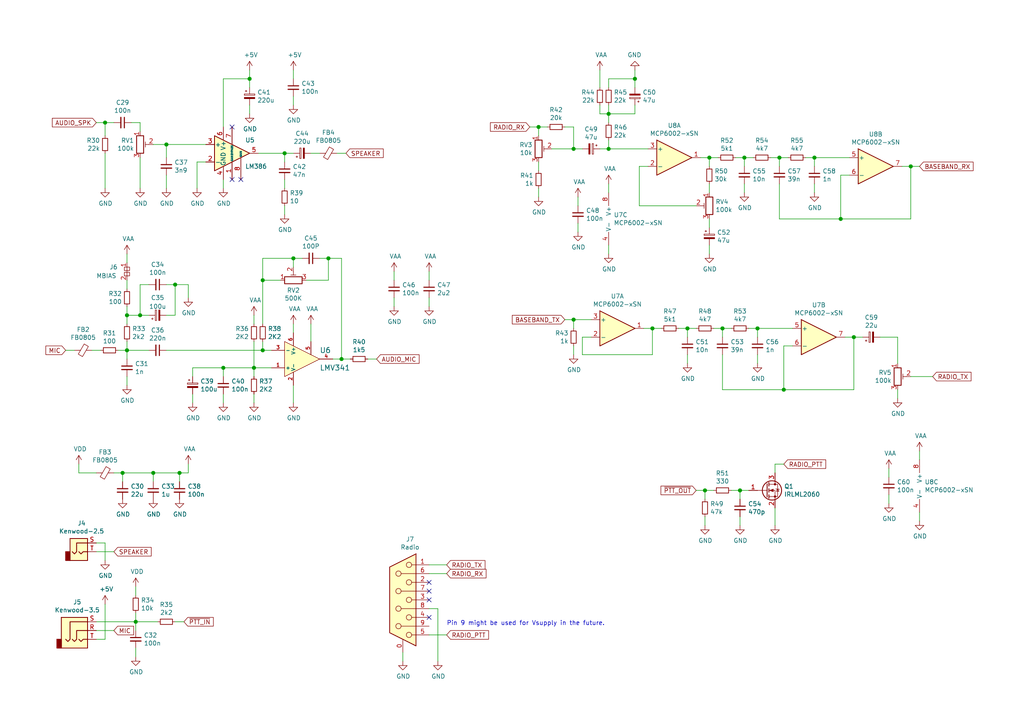
<source format=kicad_sch>
(kicad_sch (version 20210621) (generator eeschema)
  (paper "A4")
  (lib_symbols
    (symbol "Amplifier_Audio:LM386" (pin_names (offset 0.127))
      (property "Reference" "U" (at 1.27 7.62 0))
      (property "Value" "LM386" (at 1.27 5.08 0))
      (symbol "LM386_1_1"
        (pin input line (at 0 -7.62 90) (length 5.08) (name "GAIN") (number "1"))
        (pin input line (at -7.62 -2.54 0) (length 2.54) (name "-") (number "2"))
        (pin input line (at -7.62 2.54 0) (length 2.54) (name "+") (number "3"))
        (pin power_in line (at -2.54 -7.62 90) (length 3.81) (name "GND") (number "4"))
        (pin output line (at 7.62 0 180) (length 2.54) (name "~") (number "5"))
        (pin power_in line (at -2.54 7.62 270) (length 3.81) (name "V+") (number "6"))
        (pin input line (at 0 7.62 270) (length 5.08) (name "BYPASS") (number "7"))
        (pin input line (at 2.54 -7.62 90) (length 6.35) (name "GAIN") (number "8"))
      )
    )
    (symbol "Amplifier_Operational:MCP6002-xSN" (pin_names (offset 0.127))
      (property "Reference" "U" (at 0 5.08 0))
      (property "Value" "MCP6002-xSN" (at 0 -5.08 0))
      (symbol "MCP6002-xSN_1_1"
        (pin output line (at 7.62 0 180) (length 2.54) (name "~") (number "1"))
        (pin input line (at -7.62 -2.54 0) (length 2.54) (name "-") (number "2"))
        (pin input line (at -7.62 2.54 0) (length 2.54) (name "+") (number "3"))
      )
      (symbol "MCP6002-xSN_2_1"
        (pin input line (at -7.62 2.54 0) (length 2.54) (name "+") (number "5"))
        (pin input line (at -7.62 -2.54 0) (length 2.54) (name "-") (number "6"))
        (pin output line (at 7.62 0 180) (length 2.54) (name "~") (number "7"))
      )
      (symbol "MCP6002-xSN_3_1"
        (pin power_in line (at -2.54 -7.62 90) (length 3.81) (name "V-") (number "4"))
        (pin power_in line (at -2.54 7.62 270) (length 3.81) (name "V+") (number "8"))
      )
    )
    (symbol "Connector:AudioJack2"
      (property "Reference" "J" (at 0 8.89 0))
      (property "Value" "AudioJack2" (at 0 6.35 0))
      (symbol "AudioJack2_1_1"
        (pin passive line (at 5.08 2.54 180) (length 2.54) (name "~") (number "S"))
        (pin passive line (at 5.08 0 180) (length 2.54) (name "~") (number "T"))
      )
    )
    (symbol "Connector:AudioJack3"
      (property "Reference" "J" (at 0 8.89 0))
      (property "Value" "AudioJack3" (at 0 6.35 0))
      (symbol "AudioJack3_1_1"
        (pin passive line (at 5.08 0 180) (length 2.54) (name "~") (number "R"))
        (pin passive line (at 5.08 2.54 180) (length 2.54) (name "~") (number "S"))
        (pin passive line (at 5.08 -2.54 180) (length 2.54) (name "~") (number "T"))
      )
    )
    (symbol "Connector:DB9_Female_MountingHoles" (pin_names (offset 1.016) hide)
      (property "Reference" "J" (at 0 16.51 0))
      (property "Value" "DB9_Female_MountingHoles" (at 0 14.605 0))
      (symbol "DB9_Female_MountingHoles_1_1"
        (pin passive line (at 0 -15.24 90) (length 3.81) (name "PAD") (number "0"))
        (pin passive line (at -7.62 10.16 0) (length 3.81) (name "1") (number "1"))
        (pin passive line (at -7.62 5.08 0) (length 3.81) (name "2") (number "2"))
        (pin passive line (at -7.62 0 0) (length 3.81) (name "3") (number "3"))
        (pin passive line (at -7.62 -5.08 0) (length 3.81) (name "4") (number "4"))
        (pin passive line (at -7.62 -10.16 0) (length 3.81) (name "5") (number "5"))
        (pin passive line (at -7.62 7.62 0) (length 3.81) (name "6") (number "6"))
        (pin passive line (at -7.62 2.54 0) (length 3.81) (name "7") (number "7"))
        (pin passive line (at -7.62 -2.54 0) (length 3.81) (name "8") (number "8"))
        (pin passive line (at -7.62 -7.62 0) (length 3.81) (name "9") (number "9"))
      )
    )
    (symbol "Device:Ferrite_Bead_Small" (pin_numbers hide) (pin_names (offset 0))
      (property "Reference" "FB" (at 1.905 1.27 0))
      (property "Value" "Ferrite_Bead_Small" (at 1.905 -1.27 0))
      (symbol "Ferrite_Bead_Small_1_1"
        (pin passive line (at 0 2.54 270) (length 1.27) (name "~") (number "1"))
        (pin passive line (at 0 -2.54 90) (length 1.27) (name "~") (number "2"))
      )
    )
    (symbol "Device:R_POT_TRIM" (pin_names (offset 1.016) hide)
      (property "Reference" "RV" (at -4.445 0 90))
      (property "Value" "R_POT_TRIM" (at -2.54 0 90))
      (symbol "R_POT_TRIM_1_1"
        (pin passive line (at 0 3.81 270) (length 1.27) (name "1") (number "1"))
        (pin passive line (at 3.81 0 180) (length 1.27) (name "2") (number "2"))
        (pin passive line (at 0 -3.81 90) (length 1.27) (name "3") (number "3"))
      )
    )
    (symbol "M17-SmartMic:LMV341" (pin_names (offset 0.254))
      (property "Reference" "U" (at 0 3.81 0))
      (property "Value" "LMV341" (at 0 -3.81 0))
      (symbol "LMV341_0_1"
        (pin power_in line (at -2.54 -7.62 90) (length 3.81) (name "V-") (number "2"))
        (pin power_in line (at -2.54 7.62 270) (length 3.81) (name "V+") (number "6"))
      )
      (symbol "LMV341_1_1"
        (pin input line (at -8.89 -2.54 0) (length 3.81) (name "+") (number "1"))
        (pin input line (at -8.89 2.54 0) (length 3.81) (name "-") (number "3"))
        (pin output line (at 8.89 0 180) (length 3.81) (name "~") (number "4"))
        (pin input line (at 2.54 5.08 270) (length 3.81) (name "~") (number "5"))
      )
    )
    (symbol "Transistor_FET:IRLML2060" (pin_names hide)
      (property "Reference" "Q" (at 5.08 1.905 0))
      (property "Value" "IRLML2060" (at 5.08 0 0))
      (symbol "IRLML2060_1_1"
        (pin input line (at -5.08 0 0) (length 2.54) (name "G") (number "1"))
        (pin passive line (at 2.54 -5.08 90) (length 2.54) (name "S") (number "2"))
        (pin passive line (at 2.54 5.08 270) (length 2.54) (name "D") (number "3"))
      )
    )
    (symbol "pkl_device:pkl_CP_Small" (pin_numbers hide) (pin_names (offset 0.254) hide)
      (property "Reference" "C" (at 0.254 1.778 0))
      (property "Value" "pkl_CP_Small" (at 0.254 -2.032 0))
      (symbol "pkl_CP_Small_1_1"
        (pin passive line (at 0 2.54 270) (length 1.8542) (name "~") (number "1"))
        (pin passive line (at 0 -2.54 90) (length 1.8542) (name "~") (number "2"))
      )
    )
    (symbol "pkl_device:pkl_C_Small" (pin_numbers hide) (pin_names (offset 0.254) hide)
      (property "Reference" "C" (at 0.254 1.778 0))
      (property "Value" "pkl_C_Small" (at 0.254 -2.032 0))
      (symbol "pkl_C_Small_1_1"
        (pin passive line (at 0 2.54 270) (length 1.905) (name "~") (number "1"))
        (pin passive line (at 0 -2.54 90) (length 2.032) (name "~") (number "2"))
      )
    )
    (symbol "pkl_device:pkl_R_Small" (pin_numbers hide) (pin_names (offset 0.254) hide)
      (property "Reference" "R" (at 0.762 0.508 0))
      (property "Value" "pkl_R_Small" (at 0.762 -1.016 0))
      (symbol "pkl_R_Small_1_1"
        (pin passive line (at 0 2.54 270) (length 0.762) (name "~") (number "1"))
        (pin passive line (at 0 -2.54 90) (length 0.762) (name "~") (number "2"))
      )
    )
    (symbol "pkl_misc:pkl_jumper_nc" (pin_names (offset 1.016))
      (property "Reference" "J" (at 0 -2.54 0))
      (property "Value" "pkl_jumper_nc" (at 0 3.81 0))
      (symbol "pkl_jumper_nc_1_1"
        (pin passive line (at -2.54 0 0) (length 1.27) (name "~") (number "1"))
        (pin passive line (at 2.54 0 180) (length 1.27) (name "~") (number "2"))
      )
    )
    (symbol "power:+5V" (power) (pin_names (offset 0))
      (property "Value" "+5V" (at 0 3.556 0))
      (symbol "+5V_1_1"
        (pin power_in line (at 0 0 90) (length 0) hide (name "+5V") (number "1"))
      )
    )
    (symbol "power:GND" (power) (pin_names (offset 0))
      (property "Value" "GND" (at 0 -3.81 0))
      (symbol "GND_1_1"
        (pin power_in line (at 0 0 270) (length 0) hide (name "GND") (number "1"))
      )
    )
    (symbol "power:VAA" (power) (pin_names (offset 0))
      (property "Value" "VAA" (at 0 3.81 0))
      (symbol "VAA_1_1"
        (pin power_in line (at 0 0 90) (length 0) hide (name "VAA") (number "1"))
      )
    )
    (symbol "power:VDD" (power) (pin_names (offset 0))
      (property "Value" "VDD" (at 0 3.81 0))
      (symbol "VDD_1_1"
        (pin power_in line (at 0 0 90) (length 0) hide (name "VDD") (number "1"))
      )
    )
  )
  (junction (at 30.48 35.56) (diameter 1.016))
  (junction (at 35.56 137.16) (diameter 1.016))
  (junction (at 36.83 91.44) (diameter 1.016))
  (junction (at 36.83 101.6) (diameter 1.016))
  (junction (at 39.37 180.34) (diameter 1.016))
  (junction (at 40.64 91.44) (diameter 1.016))
  (junction (at 44.45 137.16) (diameter 1.016))
  (junction (at 48.26 41.91) (diameter 1.016))
  (junction (at 50.8 82.55) (diameter 1.016))
  (junction (at 52.07 137.16) (diameter 1.016))
  (junction (at 64.77 106.68) (diameter 1.016))
  (junction (at 72.39 22.86) (diameter 1.016))
  (junction (at 73.66 106.68) (diameter 1.016))
  (junction (at 76.2 81.28) (diameter 1.016))
  (junction (at 76.2 101.6) (diameter 1.016))
  (junction (at 82.55 44.45) (diameter 1.016))
  (junction (at 85.09 74.93) (diameter 1.016))
  (junction (at 95.25 74.93) (diameter 1.016))
  (junction (at 99.06 104.14) (diameter 1.016))
  (junction (at 156.21 36.83) (diameter 1.016))
  (junction (at 166.37 43.18) (diameter 1.016))
  (junction (at 166.37 92.71) (diameter 1.016))
  (junction (at 176.53 33.02) (diameter 1.016))
  (junction (at 176.53 43.18) (diameter 1.016))
  (junction (at 184.15 22.86) (diameter 1.016))
  (junction (at 189.23 95.25) (diameter 1.016))
  (junction (at 199.39 95.25) (diameter 1.016))
  (junction (at 204.47 142.24) (diameter 1.016))
  (junction (at 205.74 45.72) (diameter 1.016))
  (junction (at 209.55 95.25) (diameter 1.016))
  (junction (at 214.63 142.24) (diameter 1.016))
  (junction (at 215.9 45.72) (diameter 1.016))
  (junction (at 219.71 95.25) (diameter 1.016))
  (junction (at 226.06 45.72) (diameter 1.016))
  (junction (at 227.33 113.03) (diameter 1.016))
  (junction (at 236.22 45.72) (diameter 1.016))
  (junction (at 243.84 63.5) (diameter 1.016))
  (junction (at 247.65 97.79) (diameter 1.016))
  (junction (at 264.16 48.26) (diameter 1.016))
  (no_connect (at 67.31 36.83))
  (no_connect (at 67.31 52.07))
  (no_connect (at 69.85 52.07))
  (no_connect (at 124.46 168.91))
  (no_connect (at 124.46 171.45))
  (no_connect (at 124.46 173.99))
  (no_connect (at 124.46 179.07))
  (wire (pts (xy 21.59 101.6) (xy 19.05 101.6)))
  (wire (pts (xy 22.86 137.16) (xy 22.86 134.62)))
  (wire (pts (xy 26.67 101.6) (xy 29.21 101.6)))
  (wire (pts (xy 27.94 137.16) (xy 22.86 137.16)))
  (wire (pts (xy 27.94 157.48) (xy 30.48 157.48)))
  (wire (pts (xy 27.94 180.34) (xy 39.37 180.34)))
  (wire (pts (xy 27.94 182.88) (xy 33.02 182.88)))
  (wire (pts (xy 27.94 185.42) (xy 30.48 185.42)))
  (wire (pts (xy 30.48 35.56) (xy 27.94 35.56)))
  (wire (pts (xy 30.48 35.56) (xy 30.48 39.37)))
  (wire (pts (xy 30.48 44.45) (xy 30.48 54.61)))
  (wire (pts (xy 30.48 157.48) (xy 30.48 162.56)))
  (wire (pts (xy 30.48 185.42) (xy 30.48 175.26)))
  (wire (pts (xy 33.02 35.56) (xy 30.48 35.56)))
  (wire (pts (xy 33.02 137.16) (xy 35.56 137.16)))
  (wire (pts (xy 33.02 160.02) (xy 27.94 160.02)))
  (wire (pts (xy 34.29 101.6) (xy 36.83 101.6)))
  (wire (pts (xy 35.56 137.16) (xy 35.56 139.7)))
  (wire (pts (xy 35.56 137.16) (xy 44.45 137.16)))
  (wire (pts (xy 36.83 73.66) (xy 36.83 76.2)))
  (wire (pts (xy 36.83 81.28) (xy 36.83 83.82)))
  (wire (pts (xy 36.83 88.9) (xy 36.83 91.44)))
  (wire (pts (xy 36.83 91.44) (xy 40.64 91.44)))
  (wire (pts (xy 36.83 93.98) (xy 36.83 91.44)))
  (wire (pts (xy 36.83 101.6) (xy 36.83 99.06)))
  (wire (pts (xy 36.83 101.6) (xy 36.83 104.14)))
  (wire (pts (xy 36.83 101.6) (xy 43.18 101.6)))
  (wire (pts (xy 36.83 109.22) (xy 36.83 111.76)))
  (wire (pts (xy 38.1 35.56) (xy 40.64 35.56)))
  (wire (pts (xy 39.37 170.18) (xy 39.37 172.72)))
  (wire (pts (xy 39.37 177.8) (xy 39.37 180.34)))
  (wire (pts (xy 39.37 180.34) (xy 39.37 182.88)))
  (wire (pts (xy 39.37 180.34) (xy 45.72 180.34)))
  (wire (pts (xy 39.37 187.96) (xy 39.37 190.5)))
  (wire (pts (xy 40.64 35.56) (xy 40.64 38.1)))
  (wire (pts (xy 40.64 45.72) (xy 40.64 54.61)))
  (wire (pts (xy 40.64 82.55) (xy 43.18 82.55)))
  (wire (pts (xy 40.64 91.44) (xy 40.64 82.55)))
  (wire (pts (xy 40.64 91.44) (xy 43.18 91.44)))
  (wire (pts (xy 44.45 41.91) (xy 48.26 41.91)))
  (wire (pts (xy 44.45 137.16) (xy 44.45 139.7)))
  (wire (pts (xy 44.45 137.16) (xy 52.07 137.16)))
  (wire (pts (xy 48.26 41.91) (xy 48.26 45.72)))
  (wire (pts (xy 48.26 50.8) (xy 48.26 54.61)))
  (wire (pts (xy 48.26 91.44) (xy 50.8 91.44)))
  (wire (pts (xy 50.8 82.55) (xy 48.26 82.55)))
  (wire (pts (xy 50.8 82.55) (xy 54.61 82.55)))
  (wire (pts (xy 50.8 91.44) (xy 50.8 82.55)))
  (wire (pts (xy 50.8 180.34) (xy 53.34 180.34)))
  (wire (pts (xy 52.07 137.16) (xy 52.07 139.7)))
  (wire (pts (xy 52.07 137.16) (xy 54.61 137.16)))
  (wire (pts (xy 54.61 82.55) (xy 54.61 86.36)))
  (wire (pts (xy 54.61 137.16) (xy 54.61 134.62)))
  (wire (pts (xy 55.88 106.68) (xy 55.88 109.22)))
  (wire (pts (xy 55.88 114.3) (xy 55.88 116.84)))
  (wire (pts (xy 57.15 46.99) (xy 57.15 54.61)))
  (wire (pts (xy 59.69 41.91) (xy 48.26 41.91)))
  (wire (pts (xy 59.69 46.99) (xy 57.15 46.99)))
  (wire (pts (xy 64.77 22.86) (xy 72.39 22.86)))
  (wire (pts (xy 64.77 36.83) (xy 64.77 22.86)))
  (wire (pts (xy 64.77 52.07) (xy 64.77 54.61)))
  (wire (pts (xy 64.77 106.68) (xy 55.88 106.68)))
  (wire (pts (xy 64.77 106.68) (xy 64.77 109.22)))
  (wire (pts (xy 64.77 114.3) (xy 64.77 116.84)))
  (wire (pts (xy 72.39 20.32) (xy 72.39 22.86)))
  (wire (pts (xy 72.39 22.86) (xy 72.39 25.4)))
  (wire (pts (xy 72.39 30.48) (xy 72.39 33.02)))
  (wire (pts (xy 73.66 91.44) (xy 73.66 93.98)))
  (wire (pts (xy 73.66 106.68) (xy 64.77 106.68)))
  (wire (pts (xy 73.66 106.68) (xy 73.66 99.06)))
  (wire (pts (xy 73.66 106.68) (xy 73.66 109.22)))
  (wire (pts (xy 73.66 114.3) (xy 73.66 116.84)))
  (wire (pts (xy 74.93 44.45) (xy 82.55 44.45)))
  (wire (pts (xy 76.2 74.93) (xy 85.09 74.93)))
  (wire (pts (xy 76.2 81.28) (xy 76.2 74.93)))
  (wire (pts (xy 76.2 81.28) (xy 81.28 81.28)))
  (wire (pts (xy 76.2 93.98) (xy 76.2 81.28)))
  (wire (pts (xy 76.2 101.6) (xy 48.26 101.6)))
  (wire (pts (xy 76.2 101.6) (xy 76.2 99.06)))
  (wire (pts (xy 78.74 101.6) (xy 76.2 101.6)))
  (wire (pts (xy 78.74 106.68) (xy 73.66 106.68)))
  (wire (pts (xy 82.55 44.45) (xy 82.55 46.99)))
  (wire (pts (xy 82.55 44.45) (xy 85.09 44.45)))
  (wire (pts (xy 82.55 52.07) (xy 82.55 54.61)))
  (wire (pts (xy 82.55 59.69) (xy 82.55 62.23)))
  (wire (pts (xy 85.09 20.32) (xy 85.09 22.86)))
  (wire (pts (xy 85.09 27.94) (xy 85.09 30.48)))
  (wire (pts (xy 85.09 74.93) (xy 87.63 74.93)))
  (wire (pts (xy 85.09 77.47) (xy 85.09 74.93)))
  (wire (pts (xy 85.09 93.98) (xy 85.09 96.52)))
  (wire (pts (xy 85.09 111.76) (xy 85.09 116.84)))
  (wire (pts (xy 88.9 81.28) (xy 95.25 81.28)))
  (wire (pts (xy 90.17 44.45) (xy 92.71 44.45)))
  (wire (pts (xy 90.17 93.98) (xy 90.17 99.06)))
  (wire (pts (xy 95.25 74.93) (xy 92.71 74.93)))
  (wire (pts (xy 95.25 81.28) (xy 95.25 74.93)))
  (wire (pts (xy 96.52 104.14) (xy 99.06 104.14)))
  (wire (pts (xy 97.79 44.45) (xy 100.33 44.45)))
  (wire (pts (xy 99.06 74.93) (xy 95.25 74.93)))
  (wire (pts (xy 99.06 104.14) (xy 99.06 74.93)))
  (wire (pts (xy 99.06 104.14) (xy 101.6 104.14)))
  (wire (pts (xy 106.68 104.14) (xy 109.22 104.14)))
  (wire (pts (xy 114.3 78.74) (xy 114.3 81.28)))
  (wire (pts (xy 114.3 86.36) (xy 114.3 88.9)))
  (wire (pts (xy 116.84 189.23) (xy 116.84 191.77)))
  (wire (pts (xy 124.46 78.74) (xy 124.46 81.28)))
  (wire (pts (xy 124.46 86.36) (xy 124.46 88.9)))
  (wire (pts (xy 124.46 163.83) (xy 129.54 163.83)))
  (wire (pts (xy 124.46 166.37) (xy 129.54 166.37)))
  (wire (pts (xy 124.46 176.53) (xy 127 176.53)))
  (wire (pts (xy 124.46 184.15) (xy 129.54 184.15)))
  (wire (pts (xy 127 176.53) (xy 127 191.77)))
  (wire (pts (xy 156.21 36.83) (xy 153.67 36.83)))
  (wire (pts (xy 156.21 36.83) (xy 158.75 36.83)))
  (wire (pts (xy 156.21 39.37) (xy 156.21 36.83)))
  (wire (pts (xy 156.21 46.99) (xy 156.21 49.53)))
  (wire (pts (xy 156.21 54.61) (xy 156.21 57.15)))
  (wire (pts (xy 160.02 43.18) (xy 166.37 43.18)))
  (wire (pts (xy 166.37 36.83) (xy 163.83 36.83)))
  (wire (pts (xy 166.37 43.18) (xy 166.37 36.83)))
  (wire (pts (xy 166.37 43.18) (xy 168.91 43.18)))
  (wire (pts (xy 166.37 92.71) (xy 163.83 92.71)))
  (wire (pts (xy 166.37 92.71) (xy 166.37 95.25)))
  (wire (pts (xy 166.37 100.33) (xy 166.37 102.87)))
  (wire (pts (xy 167.64 57.15) (xy 167.64 59.69)))
  (wire (pts (xy 167.64 64.77) (xy 167.64 67.31)))
  (wire (pts (xy 168.91 97.79) (xy 168.91 102.87)))
  (wire (pts (xy 168.91 102.87) (xy 189.23 102.87)))
  (wire (pts (xy 171.45 92.71) (xy 166.37 92.71)))
  (wire (pts (xy 171.45 97.79) (xy 168.91 97.79)))
  (wire (pts (xy 173.99 20.32) (xy 173.99 25.4)))
  (wire (pts (xy 173.99 33.02) (xy 173.99 30.48)))
  (wire (pts (xy 173.99 43.18) (xy 176.53 43.18)))
  (wire (pts (xy 176.53 22.86) (xy 184.15 22.86)))
  (wire (pts (xy 176.53 25.4) (xy 176.53 22.86)))
  (wire (pts (xy 176.53 33.02) (xy 173.99 33.02)))
  (wire (pts (xy 176.53 33.02) (xy 176.53 30.48)))
  (wire (pts (xy 176.53 33.02) (xy 184.15 33.02)))
  (wire (pts (xy 176.53 35.56) (xy 176.53 33.02)))
  (wire (pts (xy 176.53 43.18) (xy 176.53 40.64)))
  (wire (pts (xy 176.53 43.18) (xy 187.96 43.18)))
  (wire (pts (xy 176.53 53.34) (xy 176.53 55.88)))
  (wire (pts (xy 176.53 71.12) (xy 176.53 73.66)))
  (wire (pts (xy 184.15 20.32) (xy 184.15 22.86)))
  (wire (pts (xy 184.15 22.86) (xy 184.15 25.4)))
  (wire (pts (xy 184.15 33.02) (xy 184.15 30.48)))
  (wire (pts (xy 185.42 48.26) (xy 187.96 48.26)))
  (wire (pts (xy 185.42 59.69) (xy 185.42 48.26)))
  (wire (pts (xy 189.23 95.25) (xy 186.69 95.25)))
  (wire (pts (xy 189.23 102.87) (xy 189.23 95.25)))
  (wire (pts (xy 191.77 95.25) (xy 189.23 95.25)))
  (wire (pts (xy 196.85 95.25) (xy 199.39 95.25)))
  (wire (pts (xy 199.39 95.25) (xy 199.39 97.79)))
  (wire (pts (xy 199.39 95.25) (xy 201.93 95.25)))
  (wire (pts (xy 199.39 102.87) (xy 199.39 105.41)))
  (wire (pts (xy 201.93 59.69) (xy 185.42 59.69)))
  (wire (pts (xy 201.93 142.24) (xy 204.47 142.24)))
  (wire (pts (xy 203.2 45.72) (xy 205.74 45.72)))
  (wire (pts (xy 204.47 142.24) (xy 207.01 142.24)))
  (wire (pts (xy 204.47 144.78) (xy 204.47 142.24)))
  (wire (pts (xy 204.47 149.86) (xy 204.47 152.4)))
  (wire (pts (xy 205.74 45.72) (xy 205.74 48.26)))
  (wire (pts (xy 205.74 45.72) (xy 208.28 45.72)))
  (wire (pts (xy 205.74 53.34) (xy 205.74 55.88)))
  (wire (pts (xy 205.74 63.5) (xy 205.74 66.04)))
  (wire (pts (xy 205.74 73.66) (xy 205.74 71.12)))
  (wire (pts (xy 207.01 95.25) (xy 209.55 95.25)))
  (wire (pts (xy 209.55 95.25) (xy 209.55 97.79)))
  (wire (pts (xy 209.55 95.25) (xy 212.09 95.25)))
  (wire (pts (xy 209.55 113.03) (xy 209.55 102.87)))
  (wire (pts (xy 209.55 113.03) (xy 227.33 113.03)))
  (wire (pts (xy 212.09 142.24) (xy 214.63 142.24)))
  (wire (pts (xy 213.36 45.72) (xy 215.9 45.72)))
  (wire (pts (xy 214.63 142.24) (xy 214.63 144.78)))
  (wire (pts (xy 214.63 142.24) (xy 217.17 142.24)))
  (wire (pts (xy 214.63 149.86) (xy 214.63 152.4)))
  (wire (pts (xy 215.9 45.72) (xy 215.9 48.26)))
  (wire (pts (xy 215.9 45.72) (xy 218.44 45.72)))
  (wire (pts (xy 215.9 53.34) (xy 215.9 55.88)))
  (wire (pts (xy 217.17 95.25) (xy 219.71 95.25)))
  (wire (pts (xy 219.71 95.25) (xy 219.71 97.79)))
  (wire (pts (xy 219.71 95.25) (xy 229.87 95.25)))
  (wire (pts (xy 219.71 102.87) (xy 219.71 105.41)))
  (wire (pts (xy 223.52 45.72) (xy 226.06 45.72)))
  (wire (pts (xy 224.79 134.62) (xy 227.33 134.62)))
  (wire (pts (xy 224.79 137.16) (xy 224.79 134.62)))
  (wire (pts (xy 224.79 147.32) (xy 224.79 152.4)))
  (wire (pts (xy 226.06 45.72) (xy 226.06 48.26)))
  (wire (pts (xy 226.06 45.72) (xy 228.6 45.72)))
  (wire (pts (xy 226.06 63.5) (xy 226.06 53.34)))
  (wire (pts (xy 227.33 100.33) (xy 229.87 100.33)))
  (wire (pts (xy 227.33 113.03) (xy 227.33 100.33)))
  (wire (pts (xy 227.33 113.03) (xy 247.65 113.03)))
  (wire (pts (xy 233.68 45.72) (xy 236.22 45.72)))
  (wire (pts (xy 236.22 45.72) (xy 236.22 48.26)))
  (wire (pts (xy 236.22 45.72) (xy 246.38 45.72)))
  (wire (pts (xy 236.22 53.34) (xy 236.22 55.88)))
  (wire (pts (xy 243.84 50.8) (xy 243.84 63.5)))
  (wire (pts (xy 243.84 63.5) (xy 226.06 63.5)))
  (wire (pts (xy 243.84 63.5) (xy 264.16 63.5)))
  (wire (pts (xy 246.38 50.8) (xy 243.84 50.8)))
  (wire (pts (xy 247.65 97.79) (xy 245.11 97.79)))
  (wire (pts (xy 247.65 97.79) (xy 250.19 97.79)))
  (wire (pts (xy 247.65 113.03) (xy 247.65 97.79)))
  (wire (pts (xy 255.27 97.79) (xy 260.35 97.79)))
  (wire (pts (xy 257.81 135.89) (xy 257.81 138.43)))
  (wire (pts (xy 257.81 143.51) (xy 257.81 146.05)))
  (wire (pts (xy 260.35 97.79) (xy 260.35 105.41)))
  (wire (pts (xy 260.35 115.57) (xy 260.35 113.03)))
  (wire (pts (xy 264.16 48.26) (xy 261.62 48.26)))
  (wire (pts (xy 264.16 48.26) (xy 266.7 48.26)))
  (wire (pts (xy 264.16 63.5) (xy 264.16 48.26)))
  (wire (pts (xy 266.7 130.81) (xy 266.7 133.35)))
  (wire (pts (xy 266.7 151.13) (xy 266.7 148.59)))
  (wire (pts (xy 270.51 109.22) (xy 264.16 109.22)))
  (text "Pin 9 might be used for Vsupply in the future." (at 129.54 181.61 0) (effects (font (size 1.27 1.27)) (justify left bottom)))
  (global_label "MIC" (shape input) (at 19.05 101.6 180) (property "Intersheet References" "${INTERSHEET_REFS}" (effects hide)))
  (global_label "AUDIO_SPK" (shape input) (at 27.94 35.56 180) (property "Intersheet References" "${INTERSHEET_REFS}" (effects hide)))
  (global_label "SPEAKER" (shape input) (at 33.02 160.02 0) (property "Intersheet References" "${INTERSHEET_REFS}" (effects hide)))
  (global_label "MIC" (shape input) (at 33.02 182.88 0) (property "Intersheet References" "${INTERSHEET_REFS}" (effects hide)))
  (global_label "~{PTT_IN}" (shape input) (at 53.34 180.34 0) (property "Intersheet References" "${INTERSHEET_REFS}" (effects hide)))
  (global_label "SPEAKER" (shape input) (at 100.33 44.45 0) (property "Intersheet References" "${INTERSHEET_REFS}" (effects hide)))
  (global_label "AUDIO_MIC" (shape input) (at 109.22 104.14 0) (property "Intersheet References" "${INTERSHEET_REFS}" (effects hide)))
  (global_label "RADIO_TX" (shape input) (at 129.54 163.83 0) (property "Intersheet References" "${INTERSHEET_REFS}" (effects hide)))
  (global_label "RADIO_RX" (shape input) (at 129.54 166.37 0) (property "Intersheet References" "${INTERSHEET_REFS}" (effects hide)))
  (global_label "RADIO_PTT" (shape input) (at 129.54 184.15 0) (property "Intersheet References" "${INTERSHEET_REFS}" (effects hide)))
  (global_label "RADIO_RX" (shape input) (at 153.67 36.83 180) (property "Intersheet References" "${INTERSHEET_REFS}" (effects hide)))
  (global_label "BASEBAND_TX" (shape input) (at 163.83 92.71 180) (property "Intersheet References" "${INTERSHEET_REFS}" (effects hide)))
  (global_label "~{PTT_OUT}" (shape input) (at 201.93 142.24 180) (property "Intersheet References" "${INTERSHEET_REFS}" (effects hide)))
  (global_label "RADIO_PTT" (shape input) (at 227.33 134.62 0) (property "Intersheet References" "${INTERSHEET_REFS}" (effects hide)))
  (global_label "BASEBAND_RX" (shape input) (at 266.7 48.26 0) (property "Intersheet References" "${INTERSHEET_REFS}" (effects hide)))
  (global_label "RADIO_TX" (shape input) (at 270.51 109.22 0) (property "Intersheet References" "${INTERSHEET_REFS}" (effects hide)))
  (symbol (lib_id "power:VDD") (at 22.86 134.62 0) (unit 1)
    (property "Reference" "#PWR065" (effects hide))
    (property "Value" "VDD" (at 23.241 130.2258 0))
  )
  (symbol (lib_id "power:+5V") (at 30.48 175.26 0) (unit 1)
    (property "Reference" "#PWR068" (effects hide))
    (property "Value" "+5V" (at 30.861 170.8658 0))
  )
  (symbol (lib_id "power:VAA") (at 36.83 73.66 0) (unit 1)
    (property "Reference" "#PWR070" (effects hide))
    (property "Value" "VAA" (at 37.211 69.2658 0))
  )
  (symbol (lib_id "power:VDD") (at 39.37 170.18 0) (unit 1)
    (property "Reference" "#PWR072" (effects hide))
    (property "Value" "VDD" (at 39.751 165.7858 0))
  )
  (symbol (lib_id "power:VAA") (at 54.61 134.62 0) (unit 1)
    (property "Reference" "#PWR079" (effects hide))
    (property "Value" "VAA" (at 54.991 130.2258 0))
  )
  (symbol (lib_id "power:+5V") (at 72.39 20.32 0) (unit 1)
    (property "Reference" "#PWR084" (effects hide))
    (property "Value" "+5V" (at 72.771 15.9258 0))
  )
  (symbol (lib_id "power:VAA") (at 73.66 91.44 0) (unit 1)
    (property "Reference" "#PWR086" (effects hide))
    (property "Value" "VAA" (at 74.041 87.0458 0))
  )
  (symbol (lib_id "power:+5V") (at 85.09 20.32 0) (unit 1)
    (property "Reference" "#PWR089" (effects hide))
    (property "Value" "+5V" (at 85.471 15.9258 0))
  )
  (symbol (lib_id "power:VAA") (at 85.09 93.98 0) (unit 1)
    (property "Reference" "#PWR091" (effects hide))
    (property "Value" "VAA" (at 85.471 89.5858 0))
  )
  (symbol (lib_id "power:VAA") (at 90.17 93.98 0) (unit 1)
    (property "Reference" "#PWR093" (effects hide))
    (property "Value" "VAA" (at 90.551 89.5858 0))
  )
  (symbol (lib_id "power:VAA") (at 114.3 78.74 0) (unit 1)
    (property "Reference" "#PWR094" (effects hide))
    (property "Value" "VAA" (at 114.681 74.3458 0))
  )
  (symbol (lib_id "power:VAA") (at 124.46 78.74 0) (unit 1)
    (property "Reference" "#PWR097" (effects hide))
    (property "Value" "VAA" (at 124.841 74.3458 0))
  )
  (symbol (lib_id "power:VAA") (at 167.64 57.15 0) (unit 1)
    (property "Reference" "#PWR0102" (effects hide))
    (property "Value" "VAA" (at 168.021 52.7558 0))
  )
  (symbol (lib_id "power:VAA") (at 173.99 20.32 0) (unit 1)
    (property "Reference" "#PWR0104" (effects hide))
    (property "Value" "VAA" (at 174.371 15.9258 0))
  )
  (symbol (lib_id "power:VAA") (at 176.53 53.34 0) (unit 1)
    (property "Reference" "#PWR0105" (effects hide))
    (property "Value" "VAA" (at 176.911 48.9458 0))
  )
  (symbol (lib_id "power:VAA") (at 257.81 135.89 0) (unit 1)
    (property "Reference" "#PWR0116" (effects hide))
    (property "Value" "VAA" (at 258.191 131.4958 0))
  )
  (symbol (lib_id "power:VAA") (at 266.7 130.81 0) (unit 1)
    (property "Reference" "#PWR0119" (effects hide))
    (property "Value" "VAA" (at 267.081 126.4158 0))
  )
  (symbol (lib_id "power:GND") (at 30.48 54.61 0) (unit 1)
    (property "Reference" "#PWR066" (effects hide))
    (property "Value" "GND" (at 30.607 59.0042 0))
  )
  (symbol (lib_id "power:GND") (at 30.48 162.56 0) (unit 1)
    (property "Reference" "#PWR067" (effects hide))
    (property "Value" "GND" (at 30.607 166.9542 0))
  )
  (symbol (lib_id "power:GND") (at 35.56 144.78 0) (unit 1)
    (property "Reference" "#PWR069" (effects hide))
    (property "Value" "GND" (at 35.687 149.1742 0))
  )
  (symbol (lib_id "power:GND") (at 36.83 111.76 0) (unit 1)
    (property "Reference" "#PWR071" (effects hide))
    (property "Value" "GND" (at 36.957 116.1542 0))
  )
  (symbol (lib_id "power:GND") (at 39.37 190.5 0) (unit 1)
    (property "Reference" "#PWR073" (effects hide))
    (property "Value" "GND" (at 39.497 194.8942 0))
  )
  (symbol (lib_id "power:GND") (at 40.64 54.61 0) (unit 1)
    (property "Reference" "#PWR074" (effects hide))
    (property "Value" "GND" (at 40.767 59.0042 0))
  )
  (symbol (lib_id "power:GND") (at 44.45 144.78 0) (unit 1)
    (property "Reference" "#PWR075" (effects hide))
    (property "Value" "GND" (at 44.577 149.1742 0))
  )
  (symbol (lib_id "power:GND") (at 48.26 54.61 0) (unit 1)
    (property "Reference" "#PWR076" (effects hide))
    (property "Value" "GND" (at 48.387 59.0042 0))
  )
  (symbol (lib_id "power:GND") (at 52.07 144.78 0) (unit 1)
    (property "Reference" "#PWR077" (effects hide))
    (property "Value" "GND" (at 52.197 149.1742 0))
  )
  (symbol (lib_id "power:GND") (at 54.61 86.36 0) (unit 1)
    (property "Reference" "#PWR078" (effects hide))
    (property "Value" "GND" (at 54.737 90.7542 0))
  )
  (symbol (lib_id "power:GND") (at 55.88 116.84 0) (unit 1)
    (property "Reference" "#PWR080" (effects hide))
    (property "Value" "GND" (at 56.007 121.2342 0))
  )
  (symbol (lib_id "power:GND") (at 57.15 54.61 0) (unit 1)
    (property "Reference" "#PWR081" (effects hide))
    (property "Value" "GND" (at 57.277 59.0042 0))
  )
  (symbol (lib_id "power:GND") (at 64.77 54.61 0) (unit 1)
    (property "Reference" "#PWR082" (effects hide))
    (property "Value" "GND" (at 64.897 59.0042 0))
  )
  (symbol (lib_id "power:GND") (at 64.77 116.84 0) (unit 1)
    (property "Reference" "#PWR083" (effects hide))
    (property "Value" "GND" (at 64.897 121.2342 0))
  )
  (symbol (lib_id "power:GND") (at 72.39 33.02 0) (unit 1)
    (property "Reference" "#PWR085" (effects hide))
    (property "Value" "GND" (at 72.517 37.4142 0))
  )
  (symbol (lib_id "power:GND") (at 73.66 116.84 0) (unit 1)
    (property "Reference" "#PWR087" (effects hide))
    (property "Value" "GND" (at 73.787 121.2342 0))
  )
  (symbol (lib_id "power:GND") (at 82.55 62.23 0) (unit 1)
    (property "Reference" "#PWR088" (effects hide))
    (property "Value" "GND" (at 82.677 66.6242 0))
  )
  (symbol (lib_id "power:GND") (at 85.09 30.48 0) (unit 1)
    (property "Reference" "#PWR090" (effects hide))
    (property "Value" "GND" (at 85.217 34.8742 0))
  )
  (symbol (lib_id "power:GND") (at 85.09 116.84 0) (unit 1)
    (property "Reference" "#PWR092" (effects hide))
    (property "Value" "GND" (at 85.217 121.2342 0))
  )
  (symbol (lib_id "power:GND") (at 114.3 88.9 0) (unit 1)
    (property "Reference" "#PWR095" (effects hide))
    (property "Value" "GND" (at 114.427 93.2942 0))
  )
  (symbol (lib_id "power:GND") (at 116.84 191.77 0) (unit 1)
    (property "Reference" "#PWR096" (effects hide))
    (property "Value" "GND" (at 116.967 196.1642 0))
  )
  (symbol (lib_id "power:GND") (at 124.46 88.9 0) (unit 1)
    (property "Reference" "#PWR098" (effects hide))
    (property "Value" "GND" (at 124.587 93.2942 0))
  )
  (symbol (lib_id "power:GND") (at 127 191.77 0) (unit 1)
    (property "Reference" "#PWR099" (effects hide))
    (property "Value" "GND" (at 127.127 196.1642 0))
  )
  (symbol (lib_id "power:GND") (at 156.21 57.15 0) (unit 1)
    (property "Reference" "#PWR0100" (effects hide))
    (property "Value" "GND" (at 156.337 61.5442 0))
  )
  (symbol (lib_id "power:GND") (at 166.37 102.87 0) (unit 1)
    (property "Reference" "#PWR0101" (effects hide))
    (property "Value" "GND" (at 166.497 107.2642 0))
  )
  (symbol (lib_id "power:GND") (at 167.64 67.31 0) (unit 1)
    (property "Reference" "#PWR0103" (effects hide))
    (property "Value" "GND" (at 167.767 71.7042 0))
  )
  (symbol (lib_id "power:GND") (at 176.53 73.66 0) (unit 1)
    (property "Reference" "#PWR0106" (effects hide))
    (property "Value" "GND" (at 176.657 78.0542 0))
  )
  (symbol (lib_id "power:GND") (at 184.15 20.32 180) (unit 1)
    (property "Reference" "#PWR0107" (effects hide))
    (property "Value" "GND" (at 184.023 15.9258 0))
  )
  (symbol (lib_id "power:GND") (at 199.39 105.41 0) (unit 1)
    (property "Reference" "#PWR0108" (effects hide))
    (property "Value" "GND" (at 199.517 109.8042 0))
  )
  (symbol (lib_id "power:GND") (at 204.47 152.4 0) (unit 1)
    (property "Reference" "#PWR0109" (effects hide))
    (property "Value" "GND" (at 204.597 156.7942 0))
  )
  (symbol (lib_id "power:GND") (at 205.74 73.66 0) (unit 1)
    (property "Reference" "#PWR0110" (effects hide))
    (property "Value" "GND" (at 205.867 78.0542 0))
  )
  (symbol (lib_id "power:GND") (at 214.63 152.4 0) (unit 1)
    (property "Reference" "#PWR0111" (effects hide))
    (property "Value" "GND" (at 214.757 156.7942 0))
  )
  (symbol (lib_id "power:GND") (at 215.9 55.88 0) (unit 1)
    (property "Reference" "#PWR0112" (effects hide))
    (property "Value" "GND" (at 216.027 60.2742 0))
  )
  (symbol (lib_id "power:GND") (at 219.71 105.41 0) (unit 1)
    (property "Reference" "#PWR0113" (effects hide))
    (property "Value" "GND" (at 219.837 109.8042 0))
  )
  (symbol (lib_id "power:GND") (at 224.79 152.4 0) (unit 1)
    (property "Reference" "#PWR0114" (effects hide))
    (property "Value" "GND" (at 224.917 156.7942 0))
  )
  (symbol (lib_id "power:GND") (at 236.22 55.88 0) (unit 1)
    (property "Reference" "#PWR0115" (effects hide))
    (property "Value" "GND" (at 236.347 60.2742 0))
  )
  (symbol (lib_id "power:GND") (at 257.81 146.05 0) (unit 1)
    (property "Reference" "#PWR0117" (effects hide))
    (property "Value" "GND" (at 257.937 150.4442 0))
  )
  (symbol (lib_id "power:GND") (at 260.35 115.57 0) (unit 1)
    (property "Reference" "#PWR0118" (effects hide))
    (property "Value" "GND" (at 260.477 119.9642 0))
  )
  (symbol (lib_id "power:GND") (at 266.7 151.13 0) (unit 1)
    (property "Reference" "#PWR0120" (effects hide))
    (property "Value" "GND" (at 266.827 155.5242 0))
  )
  (symbol (lib_id "pkl_misc:pkl_jumper_nc") (at 36.83 78.74 270) (unit 1)
    (property "Reference" "J6" (at 31.75 77.47 90) (effects (justify left)))
    (property "Value" "MBIAS" (at 27.94 80.01 90) (effects (justify left)))
    (property "Footprint" "pkl_jumpers:J_NC_0603_30" (effects hide))
  )
  (symbol (lib_id "pkl_device:pkl_R_Small") (at 30.48 41.91 0) (mirror x) (unit 1)
    (property "Reference" "R30" (at 29.0068 40.7416 0) (effects (justify right)))
    (property "Value" "22k" (at 29.0068 43.053 0) (effects (justify right)))
    (property "Footprint" "pkl_dipol:R_0603" (effects hide))
  )
  (symbol (lib_id "pkl_device:pkl_R_Small") (at 31.75 101.6 270) (unit 1)
    (property "Reference" "R31" (at 31.75 96.6216 90))
    (property "Value" "100" (at 31.75 98.933 90))
    (property "Footprint" "pkl_dipol:R_0603" (effects hide))
  )
  (symbol (lib_id "pkl_device:pkl_R_Small") (at 36.83 86.36 0) (mirror x) (unit 1)
    (property "Reference" "R32" (at 35.3568 85.1916 0) (effects (justify right)))
    (property "Value" "100" (at 35.3568 87.503 0) (effects (justify right)))
    (property "Footprint" "pkl_dipol:R_0603" (effects hide))
  )
  (symbol (lib_id "pkl_device:pkl_R_Small") (at 36.83 96.52 180) (unit 1)
    (property "Reference" "R33" (at 38.3286 95.3516 0) (effects (justify right)))
    (property "Value" "2k2" (at 38.3286 97.663 0) (effects (justify right)))
    (property "Footprint" "pkl_dipol:R_0603" (effects hide))
  )
  (symbol (lib_id "pkl_device:pkl_R_Small") (at 39.37 175.26 0) (unit 1)
    (property "Reference" "R34" (at 40.8686 174.0916 0) (effects (justify left)))
    (property "Value" "10k" (at 40.8686 176.403 0) (effects (justify left)))
    (property "Footprint" "pkl_dipol:R_0603" (effects hide))
  )
  (symbol (lib_id "pkl_device:pkl_R_Small") (at 48.26 180.34 270) (unit 1)
    (property "Reference" "R35" (at 48.26 175.3616 90))
    (property "Value" "2k2" (at 48.26 177.673 90))
    (property "Footprint" "pkl_dipol:R_0603" (effects hide))
  )
  (symbol (lib_id "pkl_device:pkl_R_Small") (at 73.66 96.52 0) (mirror x) (unit 1)
    (property "Reference" "R36" (at 72.1868 95.3516 0) (effects (justify right)))
    (property "Value" "2K2" (at 72.1868 97.663 0) (effects (justify right)))
    (property "Footprint" "pkl_dipol:R_0603" (effects hide))
  )
  (symbol (lib_id "pkl_device:pkl_R_Small") (at 73.66 111.76 0) (unit 1)
    (property "Reference" "R37" (at 75.1586 110.5916 0) (effects (justify left)))
    (property "Value" "2K2" (at 75.1586 112.903 0) (effects (justify left)))
    (property "Footprint" "pkl_dipol:R_0603" (effects hide))
  )
  (symbol (lib_id "pkl_device:pkl_R_Small") (at 76.2 96.52 0) (unit 1)
    (property "Reference" "R38" (at 77.6986 95.3516 0) (effects (justify left)))
    (property "Value" "2K2" (at 77.6986 97.663 0) (effects (justify left)))
    (property "Footprint" "pkl_dipol:R_0603" (effects hide))
  )
  (symbol (lib_id "pkl_device:pkl_R_Small") (at 82.55 57.15 0) (unit 1)
    (property "Reference" "R39" (at 84.0486 55.9816 0) (effects (justify left)))
    (property "Value" "10" (at 84.0486 58.293 0) (effects (justify left)))
    (property "Footprint" "pkl_dipol:R_0603" (effects hide))
  )
  (symbol (lib_id "pkl_device:pkl_R_Small") (at 104.14 104.14 270) (unit 1)
    (property "Reference" "R40" (at 104.14 99.1616 90))
    (property "Value" "1k5" (at 104.14 101.473 90))
    (property "Footprint" "pkl_dipol:R_0603" (effects hide))
  )
  (symbol (lib_id "pkl_device:pkl_R_Small") (at 156.21 52.07 0) (mirror x) (unit 1)
    (property "Reference" "R41" (at 154.7368 50.9016 0) (effects (justify right)))
    (property "Value" "1k" (at 154.7368 53.213 0) (effects (justify right)))
    (property "Footprint" "pkl_dipol:R_0603" (effects hide))
  )
  (symbol (lib_id "pkl_device:pkl_R_Small") (at 161.29 36.83 270) (unit 1)
    (property "Reference" "R42" (at 161.29 31.8516 90))
    (property "Value" "20k" (at 161.29 34.163 90))
    (property "Footprint" "pkl_dipol:R_0603" (effects hide))
  )
  (symbol (lib_id "pkl_device:pkl_R_Small") (at 166.37 97.79 0) (mirror x) (unit 1)
    (property "Reference" "R43" (at 164.8968 96.6216 0) (effects (justify right)))
    (property "Value" "1k" (at 164.8968 98.933 0) (effects (justify right)))
    (property "Footprint" "pkl_dipol:R_0603" (effects hide))
  )
  (symbol (lib_id "pkl_device:pkl_R_Small") (at 173.99 27.94 0) (mirror x) (unit 1)
    (property "Reference" "R44" (at 172.4914 26.7716 0) (effects (justify right)))
    (property "Value" "22k" (at 172.4914 29.083 0) (effects (justify right)))
    (property "Footprint" "pkl_dipol:R_0603" (effects hide))
  )
  (symbol (lib_id "pkl_device:pkl_R_Small") (at 176.53 27.94 0) (unit 1)
    (property "Reference" "R45" (at 178.0286 26.7716 0) (effects (justify left)))
    (property "Value" "22k" (at 178.0286 29.083 0) (effects (justify left)))
    (property "Footprint" "pkl_dipol:R_0603" (effects hide))
  )
  (symbol (lib_id "pkl_device:pkl_R_Small") (at 176.53 38.1 0) (unit 1)
    (property "Reference" "R46" (at 178.0286 36.9316 0) (effects (justify left)))
    (property "Value" "22k" (at 178.0286 39.243 0) (effects (justify left)))
    (property "Footprint" "pkl_dipol:R_0603" (effects hide))
  )
  (symbol (lib_id "pkl_device:pkl_R_Small") (at 194.31 95.25 270) (unit 1)
    (property "Reference" "R47" (at 194.31 90.2716 90))
    (property "Value" "5k1" (at 194.31 92.583 90))
    (property "Footprint" "pkl_dipol:R_0603" (effects hide))
  )
  (symbol (lib_id "pkl_device:pkl_R_Small") (at 204.47 95.25 270) (unit 1)
    (property "Reference" "R48" (at 204.47 90.2716 90))
    (property "Value" "4k7" (at 204.47 92.583 90))
    (property "Footprint" "pkl_dipol:R_0603" (effects hide))
  )
  (symbol (lib_id "pkl_device:pkl_R_Small") (at 204.47 147.32 0) (unit 1)
    (property "Reference" "R49" (at 205.9686 146.1516 0) (effects (justify left)))
    (property "Value" "47k" (at 205.9686 148.463 0) (effects (justify left)))
    (property "Footprint" "pkl_dipol:R_0603" (effects hide))
  )
  (symbol (lib_id "pkl_device:pkl_R_Small") (at 205.74 50.8 0) (unit 1)
    (property "Reference" "R50" (at 207.2386 49.6316 0) (effects (justify left)))
    (property "Value" "30k" (at 207.2386 51.943 0) (effects (justify left)))
    (property "Footprint" "pkl_dipol:R_0603" (effects hide))
  )
  (symbol (lib_id "pkl_device:pkl_R_Small") (at 209.55 142.24 270) (unit 1)
    (property "Reference" "R51" (at 209.55 137.2616 90))
    (property "Value" "330" (at 209.55 139.573 90))
    (property "Footprint" "pkl_dipol:R_0603" (effects hide))
  )
  (symbol (lib_id "pkl_device:pkl_R_Small") (at 210.82 45.72 270) (unit 1)
    (property "Reference" "R52" (at 210.82 40.7416 90))
    (property "Value" "5k1" (at 210.82 43.053 90))
    (property "Footprint" "pkl_dipol:R_0603" (effects hide))
  )
  (symbol (lib_id "pkl_device:pkl_R_Small") (at 214.63 95.25 270) (unit 1)
    (property "Reference" "R53" (at 214.63 90.2716 90))
    (property "Value" "4k7" (at 214.63 92.583 90))
    (property "Footprint" "pkl_dipol:R_0603" (effects hide))
  )
  (symbol (lib_id "pkl_device:pkl_R_Small") (at 220.98 45.72 270) (unit 1)
    (property "Reference" "R54" (at 220.98 40.7416 90))
    (property "Value" "4k7" (at 220.98 43.053 90))
    (property "Footprint" "pkl_dipol:R_0603" (effects hide))
  )
  (symbol (lib_id "pkl_device:pkl_R_Small") (at 231.14 45.72 270) (unit 1)
    (property "Reference" "R55" (at 231.14 40.7416 90))
    (property "Value" "4k7" (at 231.14 43.053 90))
    (property "Footprint" "pkl_dipol:R_0603" (effects hide))
  )
  (symbol (lib_id "Amplifier_Operational:MCP6002-xSN") (at 179.07 63.5 0) (unit 3)
    (property "Reference" "U7" (at 178.0032 62.3316 0) (effects (justify left)))
    (property "Value" "MCP6002-xSN" (at 178.0032 64.643 0) (effects (justify left)))
    (property "Footprint" "Package_SO:SOIC-8_3.9x4.9mm_P1.27mm" (effects hide))
    (property "Datasheet" "http://ww1.microchip.com/downloads/en/DeviceDoc/21733j.pdf" (effects hide))
  )
  (symbol (lib_id "Amplifier_Operational:MCP6002-xSN") (at 269.24 140.97 0) (unit 3)
    (property "Reference" "U8" (at 268.1732 139.8016 0) (effects (justify left)))
    (property "Value" "MCP6002-xSN" (at 268.1732 142.113 0) (effects (justify left)))
    (property "Footprint" "Package_SO:SOIC-8_3.9x4.9mm_P1.27mm" (effects hide))
    (property "Datasheet" "http://ww1.microchip.com/downloads/en/DeviceDoc/21733j.pdf" (effects hide))
  )
  (symbol (lib_id "pkl_device:pkl_CP_Small") (at 45.72 91.44 90) (unit 1)
    (property "Reference" "C35" (at 45.72 86.36 90))
    (property "Value" "100u" (at 45.72 88.9 90))
    (property "Footprint" "Capacitor_SMD:CP_Elec_6.3x3.9" (effects hide))
  )
  (symbol (lib_id "pkl_device:pkl_CP_Small") (at 55.88 111.76 0) (unit 1)
    (property "Reference" "C39" (at 58.1152 110.5916 0) (effects (justify left)))
    (property "Value" "100u" (at 58.1152 112.903 0) (effects (justify left)))
    (property "Footprint" "Capacitor_SMD:CP_Elec_6.3x3.9" (effects hide))
  )
  (symbol (lib_id "pkl_device:pkl_CP_Small") (at 72.39 27.94 0) (unit 1)
    (property "Reference" "C41" (at 74.6252 26.7716 0) (effects (justify left)))
    (property "Value" "220u" (at 74.6252 29.083 0) (effects (justify left)))
    (property "Footprint" "Capacitor_SMD:CP_Elec_8x10" (effects hide))
  )
  (symbol (lib_id "pkl_device:pkl_CP_Small") (at 87.63 44.45 90) (unit 1)
    (property "Reference" "C44" (at 87.63 38.735 90))
    (property "Value" "220u" (at 87.63 41.0464 90))
    (property "Footprint" "Capacitor_SMD:CP_Elec_8x10" (effects hide))
  )
  (symbol (lib_id "pkl_device:pkl_CP_Small") (at 171.45 43.18 270) (unit 1)
    (property "Reference" "C49" (at 171.45 37.465 90))
    (property "Value" "47u" (at 171.45 39.7764 90))
    (property "Footprint" "Capacitor_Tantalum_SMD:CP_EIA-6032-28_Kemet-C" (effects hide))
  )
  (symbol (lib_id "pkl_device:pkl_CP_Small") (at 184.15 27.94 180) (unit 1)
    (property "Reference" "C50" (at 186.3852 26.7716 0) (effects (justify right)))
    (property "Value" "47u" (at 186.3852 29.083 0) (effects (justify right)))
    (property "Footprint" "Capacitor_Tantalum_SMD:CP_EIA-6032-28_Kemet-C" (effects hide))
  )
  (symbol (lib_id "pkl_device:pkl_CP_Small") (at 205.74 68.58 0) (unit 1)
    (property "Reference" "C52" (at 207.9752 67.4116 0) (effects (justify left)))
    (property "Value" "47u" (at 207.9752 69.723 0) (effects (justify left)))
    (property "Footprint" "Capacitor_Tantalum_SMD:CP_EIA-6032-28_Kemet-C" (effects hide))
  )
  (symbol (lib_id "pkl_device:pkl_CP_Small") (at 252.73 97.79 90) (unit 1)
    (property "Reference" "C59" (at 252.73 92.075 90))
    (property "Value" "22u" (at 252.73 94.3864 90))
    (property "Footprint" "Capacitor_Tantalum_SMD:CP_EIA-6032-28_Kemet-C" (effects hide))
  )
  (symbol (lib_id "pkl_device:pkl_C_Small") (at 35.56 35.56 270) (unit 1)
    (property "Reference" "C29" (at 35.56 29.7434 90))
    (property "Value" "100n" (at 35.56 32.0548 90))
    (property "Footprint" "pkl_dipol:C_0603" (effects hide))
  )
  (symbol (lib_id "pkl_device:pkl_C_Small") (at 35.56 142.24 0) (unit 1)
    (property "Reference" "C30" (at 37.8968 141.0716 0) (effects (justify left)))
    (property "Value" "22u" (at 37.8968 143.383 0) (effects (justify left)))
    (property "Footprint" "pkl_dipol:C_0603" (effects hide))
  )
  (symbol (lib_id "pkl_device:pkl_C_Small") (at 36.83 106.68 0) (unit 1)
    (property "Reference" "C31" (at 39.1668 105.5116 0) (effects (justify left)))
    (property "Value" "1n" (at 39.1668 107.823 0) (effects (justify left)))
    (property "Footprint" "pkl_dipol:C_0603" (effects hide))
  )
  (symbol (lib_id "pkl_device:pkl_C_Small") (at 39.37 185.42 0) (unit 1)
    (property "Reference" "C32" (at 41.7068 184.2516 0) (effects (justify left)))
    (property "Value" "100n" (at 41.7068 186.563 0) (effects (justify left)))
    (property "Footprint" "pkl_dipol:C_0603" (effects hide))
  )
  (symbol (lib_id "pkl_device:pkl_C_Small") (at 44.45 142.24 0) (unit 1)
    (property "Reference" "C33" (at 46.7868 141.0716 0) (effects (justify left)))
    (property "Value" "1u" (at 46.7868 143.383 0) (effects (justify left)))
    (property "Footprint" "pkl_dipol:C_0603" (effects hide))
  )
  (symbol (lib_id "pkl_device:pkl_C_Small") (at 45.72 82.55 270) (unit 1)
    (property "Reference" "C34" (at 45.72 76.7334 90))
    (property "Value" "100n" (at 45.72 79.0448 90))
    (property "Footprint" "pkl_dipol:C_0603" (effects hide))
  )
  (symbol (lib_id "pkl_device:pkl_C_Small") (at 45.72 101.6 270) (unit 1)
    (property "Reference" "C36" (at 45.72 95.7834 90))
    (property "Value" "220n" (at 45.72 98.0948 90))
    (property "Footprint" "pkl_dipol:C_0603" (effects hide))
  )
  (symbol (lib_id "pkl_device:pkl_C_Small") (at 48.26 48.26 0) (unit 1)
    (property "Reference" "C37" (at 50.5968 47.0916 0) (effects (justify left)))
    (property "Value" "3n9" (at 50.5968 49.403 0) (effects (justify left)))
    (property "Footprint" "pkl_dipol:C_0603" (effects hide))
  )
  (symbol (lib_id "pkl_device:pkl_C_Small") (at 52.07 142.24 0) (unit 1)
    (property "Reference" "C38" (at 54.4068 141.0716 0) (effects (justify left)))
    (property "Value" "100n" (at 54.4068 143.383 0) (effects (justify left)))
    (property "Footprint" "pkl_dipol:C_0603" (effects hide))
  )
  (symbol (lib_id "pkl_device:pkl_C_Small") (at 64.77 111.76 0) (unit 1)
    (property "Reference" "C40" (at 67.1068 110.5916 0) (effects (justify left)))
    (property "Value" "100n" (at 67.1068 112.903 0) (effects (justify left)))
    (property "Footprint" "pkl_dipol:C_0603" (effects hide))
  )
  (symbol (lib_id "pkl_device:pkl_C_Small") (at 82.55 49.53 0) (unit 1)
    (property "Reference" "C42" (at 84.8868 48.3616 0) (effects (justify left)))
    (property "Value" "47n" (at 84.8868 50.673 0) (effects (justify left)))
    (property "Footprint" "pkl_dipol:C_0603" (effects hide))
  )
  (symbol (lib_id "pkl_device:pkl_C_Small") (at 85.09 25.4 0) (unit 1)
    (property "Reference" "C43" (at 87.4268 24.2316 0) (effects (justify left)))
    (property "Value" "100n" (at 87.4268 26.543 0) (effects (justify left)))
    (property "Footprint" "pkl_dipol:C_0603" (effects hide))
  )
  (symbol (lib_id "pkl_device:pkl_C_Small") (at 90.17 74.93 270) (unit 1)
    (property "Reference" "C45" (at 90.17 69.1134 90))
    (property "Value" "100P" (at 90.17 71.4248 90))
    (property "Footprint" "pkl_dipol:C_0603" (effects hide))
  )
  (symbol (lib_id "pkl_device:pkl_C_Small") (at 114.3 83.82 0) (unit 1)
    (property "Reference" "C46" (at 116.6368 82.6516 0) (effects (justify left)))
    (property "Value" "100n" (at 116.6368 84.963 0) (effects (justify left)))
    (property "Footprint" "pkl_dipol:C_0603" (effects hide))
  )
  (symbol (lib_id "pkl_device:pkl_C_Small") (at 124.46 83.82 0) (unit 1)
    (property "Reference" "C47" (at 126.7968 82.6516 0) (effects (justify left)))
    (property "Value" "2u2" (at 126.7968 84.963 0) (effects (justify left)))
    (property "Footprint" "pkl_dipol:C_0603" (effects hide))
  )
  (symbol (lib_id "pkl_device:pkl_C_Small") (at 167.64 62.23 0) (unit 1)
    (property "Reference" "C48" (at 169.9768 61.0616 0) (effects (justify left)))
    (property "Value" "100n" (at 169.9768 63.373 0) (effects (justify left)))
    (property "Footprint" "pkl_dipol:C_0603" (effects hide))
  )
  (symbol (lib_id "pkl_device:pkl_C_Small") (at 199.39 100.33 0) (unit 1)
    (property "Reference" "C51" (at 201.7268 99.1616 0) (effects (justify left)))
    (property "Value" "10n" (at 201.7268 101.473 0) (effects (justify left)))
    (property "Footprint" "pkl_dipol:C_0603" (effects hide))
  )
  (symbol (lib_id "pkl_device:pkl_C_Small") (at 209.55 100.33 0) (unit 1)
    (property "Reference" "C53" (at 211.8868 99.1616 0) (effects (justify left)))
    (property "Value" "39n" (at 211.8868 101.473 0) (effects (justify left)))
    (property "Footprint" "pkl_dipol:C_0603" (effects hide))
  )
  (symbol (lib_id "pkl_device:pkl_C_Small") (at 214.63 147.32 0) (unit 1)
    (property "Reference" "C54" (at 216.9668 146.1516 0) (effects (justify left)))
    (property "Value" "470p" (at 216.9668 148.463 0) (effects (justify left)))
    (property "Footprint" "pkl_dipol:C_0603" (effects hide))
  )
  (symbol (lib_id "pkl_device:pkl_C_Small") (at 215.9 50.8 0) (unit 1)
    (property "Reference" "C55" (at 218.2368 49.6316 0) (effects (justify left)))
    (property "Value" "10n" (at 218.2368 51.943 0) (effects (justify left)))
    (property "Footprint" "pkl_dipol:C_0603" (effects hide))
  )
  (symbol (lib_id "pkl_device:pkl_C_Small") (at 219.71 100.33 0) (unit 1)
    (property "Reference" "C56" (at 222.0468 99.1616 0) (effects (justify left)))
    (property "Value" "1n" (at 222.0468 101.473 0) (effects (justify left)))
    (property "Footprint" "pkl_dipol:C_0603" (effects hide))
  )
  (symbol (lib_id "pkl_device:pkl_C_Small") (at 226.06 50.8 0) (unit 1)
    (property "Reference" "C57" (at 228.3968 49.6316 0) (effects (justify left)))
    (property "Value" "39n" (at 228.3968 51.943 0) (effects (justify left)))
    (property "Footprint" "pkl_dipol:C_0603" (effects hide))
  )
  (symbol (lib_id "pkl_device:pkl_C_Small") (at 236.22 50.8 0) (unit 1)
    (property "Reference" "C58" (at 238.5568 49.6316 0) (effects (justify left)))
    (property "Value" "1n" (at 238.5568 51.943 0) (effects (justify left)))
    (property "Footprint" "pkl_dipol:C_0603" (effects hide))
  )
  (symbol (lib_id "pkl_device:pkl_C_Small") (at 257.81 140.97 0) (unit 1)
    (property "Reference" "C60" (at 260.1468 139.8016 0) (effects (justify left)))
    (property "Value" "100n" (at 260.1468 142.113 0) (effects (justify left)))
    (property "Footprint" "pkl_dipol:C_0603" (effects hide))
  )
  (symbol (lib_id "Device:Ferrite_Bead_Small") (at 24.13 101.6 270) (unit 1)
    (property "Reference" "FB2" (at 24.13 95.5802 90))
    (property "Value" "FB0805" (at 24.13 97.8916 90))
    (property "Footprint" "pkl_dipol:L_0805" (effects hide))
  )
  (symbol (lib_id "Device:Ferrite_Bead_Small") (at 30.48 137.16 270) (unit 1)
    (property "Reference" "FB3" (at 30.48 131.1402 90))
    (property "Value" "FB0805" (at 30.48 133.4516 90))
    (property "Footprint" "pkl_dipol:L_0805" (effects hide))
  )
  (symbol (lib_id "Device:Ferrite_Bead_Small") (at 95.25 44.45 270) (unit 1)
    (property "Reference" "FB4" (at 95.25 38.4302 90))
    (property "Value" "FB0805" (at 95.25 40.7416 90))
    (property "Footprint" "pkl_dipol:L_0805" (effects hide))
  )
  (symbol (lib_id "Device:R_POT_TRIM") (at 40.64 41.91 0) (unit 1)
    (property "Reference" "RV1" (at 38.8874 40.7416 0) (effects (justify right)))
    (property "Value" "100k" (at 38.8874 43.053 0) (effects (justify right)))
    (property "Footprint" "M17-SmartMic:3310C001503L" (effects hide))
  )
  (symbol (lib_id "Device:R_POT_TRIM") (at 85.09 81.28 90) (unit 1)
    (property "Reference" "RV2" (at 85.09 84.201 90))
    (property "Value" "500K" (at 85.09 86.5124 90))
    (property "Footprint" "Potentiometer_SMD:Potentiometer_Bourns_3314G_Vertical" (effects hide))
  )
  (symbol (lib_id "Device:R_POT_TRIM") (at 156.21 43.18 0) (unit 1)
    (property "Reference" "RV3" (at 154.432 42.0116 0) (effects (justify right)))
    (property "Value" "10k" (at 154.432 44.323 0) (effects (justify right)))
    (property "Footprint" "Potentiometer_SMD:Potentiometer_Bourns_3314G_Vertical" (effects hide))
  )
  (symbol (lib_id "Device:R_POT_TRIM") (at 205.74 59.69 0) (mirror y) (unit 1)
    (property "Reference" "RV4" (at 207.518 58.5216 0) (effects (justify right)))
    (property "Value" "100k" (at 207.518 60.833 0) (effects (justify right)))
    (property "Footprint" "Potentiometer_SMD:Potentiometer_Bourns_3214W_Vertical" (effects hide))
  )
  (symbol (lib_id "Device:R_POT_TRIM") (at 260.35 109.22 0) (unit 1)
    (property "Reference" "RV5" (at 258.5974 108.0516 0) (effects (justify right)))
    (property "Value" "100k" (at 258.5974 110.363 0) (effects (justify right)))
    (property "Footprint" "Potentiometer_SMD:Potentiometer_Bourns_3214W_Vertical" (effects hide))
  )
  (symbol (lib_id "Connector:AudioJack2") (at 22.86 160.02 0) (unit 1)
    (property "Reference" "J4" (at 23.6728 151.765 0))
    (property "Value" "Kenwood-2.5" (at 23.6728 154.0764 0))
    (property "Footprint" "M17-SmartMic:MJ12503A" (effects hide))
  )
  (symbol (lib_id "Connector:AudioJack3") (at 22.86 182.88 0) (unit 1)
    (property "Reference" "J5" (at 22.4028 174.625 0))
    (property "Value" "Kenwood-3.5" (at 22.4028 176.9364 0))
    (property "Footprint" "M17-SmartMic:SJ13523N" (effects hide))
  )
  (symbol (lib_id "Transistor_FET:IRLML2060") (at 222.25 142.24 0) (unit 1)
    (property "Reference" "Q1" (at 227.4316 141.0716 0) (effects (justify left)))
    (property "Value" "IRLML2060" (at 227.4316 143.383 0) (effects (justify left)))
    (property "Footprint" "pkl_housings_sot:SOT-23" (effects hide))
    (property "Datasheet" "https://www.infineon.com/dgdl/irlml2060pbf.pdf?fileId=5546d462533600a401535664b7fb25ee" (effects hide))
  )
  (symbol (lib_id "Amplifier_Operational:MCP6002-xSN") (at 179.07 95.25 0) (unit 1)
    (property "Reference" "U7" (at 179.07 85.9282 0))
    (property "Value" "MCP6002-xSN" (at 179.07 88.2396 0))
    (property "Footprint" "Package_SO:SOIC-8_3.9x4.9mm_P1.27mm" (effects hide))
    (property "Datasheet" "http://ww1.microchip.com/downloads/en/DeviceDoc/21733j.pdf" (effects hide))
  )
  (symbol (lib_id "Amplifier_Operational:MCP6002-xSN") (at 195.58 45.72 0) (unit 1)
    (property "Reference" "U8" (at 195.58 36.3982 0))
    (property "Value" "MCP6002-xSN" (at 195.58 38.7096 0))
    (property "Footprint" "Package_SO:SOIC-8_3.9x4.9mm_P1.27mm" (effects hide))
    (property "Datasheet" "http://ww1.microchip.com/downloads/en/DeviceDoc/21733j.pdf" (effects hide))
  )
  (symbol (lib_id "Amplifier_Operational:MCP6002-xSN") (at 237.49 97.79 0) (unit 2)
    (property "Reference" "U7" (at 237.49 88.4682 0))
    (property "Value" "MCP6002-xSN" (at 237.49 90.7796 0))
    (property "Footprint" "Package_SO:SOIC-8_3.9x4.9mm_P1.27mm" (effects hide))
    (property "Datasheet" "http://ww1.microchip.com/downloads/en/DeviceDoc/21733j.pdf" (effects hide))
  )
  (symbol (lib_id "Amplifier_Operational:MCP6002-xSN") (at 254 48.26 0) (unit 2)
    (property "Reference" "U8" (at 254 38.9382 0))
    (property "Value" "MCP6002-xSN" (at 254 41.2496 0))
    (property "Footprint" "Package_SO:SOIC-8_3.9x4.9mm_P1.27mm" (effects hide))
    (property "Datasheet" "http://ww1.microchip.com/downloads/en/DeviceDoc/21733j.pdf" (effects hide))
  )
  (symbol (lib_id "Amplifier_Audio:LM386") (at 67.31 44.45 0) (unit 1)
    (property "Reference" "U5" (at 71.12 40.64 0) (effects (justify left)))
    (property "Value" "LM386" (at 71.12 48.26 0) (effects (justify left)))
    (property "Footprint" "Package_SO:SOIC-8_3.9x4.9mm_P1.27mm" (effects hide))
    (property "Datasheet" "http://www.ti.com/lit/ds/symlink/lm386.pdf" (effects hide))
  )
  (symbol (lib_id "M17-SmartMic:LMV341") (at 87.63 104.14 0) (unit 1)
    (property "Reference" "U6" (at 92.71 101.6 0) (effects (font (size 1.524 1.524)) (justify left)))
    (property "Value" "LMV341" (at 92.71 106.68 0) (effects (font (size 1.524 1.524)) (justify left)))
    (property "Footprint" "pkl_housings_sot:SOT-23-6" (effects hide))
  )
  (symbol (lib_id "Connector:DB9_Female_MountingHoles") (at 116.84 173.99 0) (mirror y) (unit 1)
    (property "Reference" "J7" (at 118.9228 156.4132 0))
    (property "Value" "Radio" (at 118.9228 158.7246 0))
    (property "Footprint" "Connector_Dsub:DSUB-9_Female_Horizontal_P2.77x2.84mm_EdgePinOffset4.94mm_Housed_MountingHolesOffset7.48mm" (effects hide))
    (property "Datasheet" " ~" (effects hide))
  )
)
</source>
